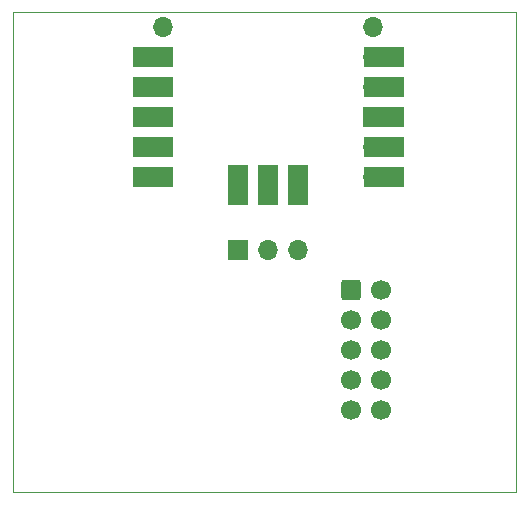
<source format=gbr>
%TF.GenerationSoftware,KiCad,Pcbnew,(6.0.8)*%
%TF.CreationDate,2022-10-05T13:18:44+02:00*%
%TF.ProjectId,Pico_Interface,5069636f-5f49-46e7-9465-72666163652e,rev?*%
%TF.SameCoordinates,Original*%
%TF.FileFunction,Soldermask,Top*%
%TF.FilePolarity,Negative*%
%FSLAX46Y46*%
G04 Gerber Fmt 4.6, Leading zero omitted, Abs format (unit mm)*
G04 Created by KiCad (PCBNEW (6.0.8)) date 2022-10-05 13:18:44*
%MOMM*%
%LPD*%
G01*
G04 APERTURE LIST*
G04 Aperture macros list*
%AMRoundRect*
0 Rectangle with rounded corners*
0 $1 Rounding radius*
0 $2 $3 $4 $5 $6 $7 $8 $9 X,Y pos of 4 corners*
0 Add a 4 corners polygon primitive as box body*
4,1,4,$2,$3,$4,$5,$6,$7,$8,$9,$2,$3,0*
0 Add four circle primitives for the rounded corners*
1,1,$1+$1,$2,$3*
1,1,$1+$1,$4,$5*
1,1,$1+$1,$6,$7*
1,1,$1+$1,$8,$9*
0 Add four rect primitives between the rounded corners*
20,1,$1+$1,$2,$3,$4,$5,0*
20,1,$1+$1,$4,$5,$6,$7,0*
20,1,$1+$1,$6,$7,$8,$9,0*
20,1,$1+$1,$8,$9,$2,$3,0*%
G04 Aperture macros list end*
%TA.AperFunction,Profile*%
%ADD10C,0.100000*%
%TD*%
%ADD11O,1.700000X1.700000*%
%ADD12R,3.500000X1.700000*%
%ADD13R,1.700000X1.700000*%
%ADD14R,1.700000X3.500000*%
%ADD15C,1.700000*%
%ADD16RoundRect,0.250000X-0.600000X-0.600000X0.600000X-0.600000X0.600000X0.600000X-0.600000X0.600000X0*%
G04 APERTURE END LIST*
D10*
X85090000Y-106680000D02*
X127635000Y-106680000D01*
X127635000Y-106680000D02*
X127635000Y-147320000D01*
X127635000Y-147320000D02*
X85090000Y-147320000D01*
X85090000Y-147320000D02*
X85090000Y-106680000D01*
D11*
%TO.C,U1*%
X97790000Y-107950000D03*
D12*
X96890000Y-110490000D03*
D11*
X97790000Y-110490000D03*
D12*
X96890000Y-113030000D03*
D11*
X97790000Y-113030000D03*
D12*
X96890000Y-115570000D03*
D13*
X97790000Y-115570000D03*
D11*
X97790000Y-118110000D03*
D12*
X96890000Y-118110000D03*
X96890000Y-120650000D03*
D11*
X97790000Y-120650000D03*
D12*
X116470000Y-120650000D03*
D11*
X115570000Y-120650000D03*
D12*
X116470000Y-118110000D03*
D11*
X115570000Y-118110000D03*
D12*
X116470000Y-115570000D03*
D13*
X115570000Y-115570000D03*
D11*
X115570000Y-113030000D03*
D12*
X116470000Y-113030000D03*
X116470000Y-110490000D03*
D11*
X115570000Y-110490000D03*
X115570000Y-107950000D03*
D14*
X104140000Y-121320000D03*
D11*
X104140000Y-120420000D03*
D13*
X106680000Y-120420000D03*
D14*
X106680000Y-121320000D03*
D11*
X109220000Y-120420000D03*
D14*
X109220000Y-121320000D03*
%TD*%
D13*
%TO.C,J2*%
X104140000Y-126796800D03*
D11*
X106680000Y-126796800D03*
X109220000Y-126796800D03*
%TD*%
D15*
%TO.C,J1*%
X116222500Y-140335000D03*
X113682500Y-140335000D03*
X116222500Y-137795000D03*
X113682500Y-137795000D03*
X116222500Y-135255000D03*
X113682500Y-135255000D03*
X116222500Y-132715000D03*
X113682500Y-132715000D03*
X116222500Y-130175000D03*
D16*
X113682500Y-130175000D03*
%TD*%
M02*

</source>
